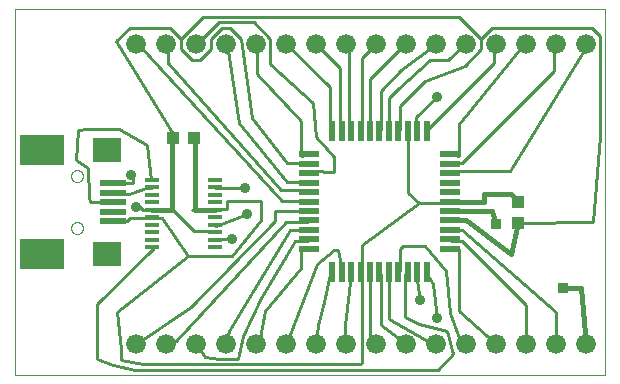
<source format=gtl>
G75*
%MOIN*%
%OFA0B0*%
%FSLAX25Y25*%
%IPPOS*%
%LPD*%
%AMOC8*
5,1,8,0,0,1.08239X$1,22.5*
%
%ADD10C,0.00000*%
%ADD11R,0.09449X0.07874*%
%ADD12R,0.09087X0.01969*%
%ADD13R,0.15000X0.10000*%
%ADD14R,0.01969X0.07087*%
%ADD15R,0.07087X0.01969*%
%ADD16R,0.04500X0.01500*%
%ADD17C,0.06600*%
%ADD18R,0.04134X0.04252*%
%ADD19R,0.04252X0.04134*%
%ADD20C,0.01000*%
%ADD21C,0.01600*%
%ADD22C,0.03600*%
%ADD23R,0.03562X0.03562*%
D10*
X0008616Y0001000D02*
X0008616Y0123047D01*
X0205467Y0123047D01*
X0205467Y0001000D01*
X0008616Y0001000D01*
X0027405Y0049907D02*
X0027407Y0049995D01*
X0027413Y0050083D01*
X0027423Y0050171D01*
X0027437Y0050259D01*
X0027454Y0050345D01*
X0027476Y0050431D01*
X0027501Y0050515D01*
X0027531Y0050599D01*
X0027563Y0050681D01*
X0027600Y0050761D01*
X0027640Y0050840D01*
X0027684Y0050917D01*
X0027731Y0050992D01*
X0027781Y0051064D01*
X0027835Y0051135D01*
X0027891Y0051202D01*
X0027951Y0051268D01*
X0028013Y0051330D01*
X0028079Y0051390D01*
X0028146Y0051446D01*
X0028217Y0051500D01*
X0028289Y0051550D01*
X0028364Y0051597D01*
X0028441Y0051641D01*
X0028520Y0051681D01*
X0028600Y0051718D01*
X0028682Y0051750D01*
X0028766Y0051780D01*
X0028850Y0051805D01*
X0028936Y0051827D01*
X0029022Y0051844D01*
X0029110Y0051858D01*
X0029198Y0051868D01*
X0029286Y0051874D01*
X0029374Y0051876D01*
X0029462Y0051874D01*
X0029550Y0051868D01*
X0029638Y0051858D01*
X0029726Y0051844D01*
X0029812Y0051827D01*
X0029898Y0051805D01*
X0029982Y0051780D01*
X0030066Y0051750D01*
X0030148Y0051718D01*
X0030228Y0051681D01*
X0030307Y0051641D01*
X0030384Y0051597D01*
X0030459Y0051550D01*
X0030531Y0051500D01*
X0030602Y0051446D01*
X0030669Y0051390D01*
X0030735Y0051330D01*
X0030797Y0051268D01*
X0030857Y0051202D01*
X0030913Y0051135D01*
X0030967Y0051064D01*
X0031017Y0050992D01*
X0031064Y0050917D01*
X0031108Y0050840D01*
X0031148Y0050761D01*
X0031185Y0050681D01*
X0031217Y0050599D01*
X0031247Y0050515D01*
X0031272Y0050431D01*
X0031294Y0050345D01*
X0031311Y0050259D01*
X0031325Y0050171D01*
X0031335Y0050083D01*
X0031341Y0049995D01*
X0031343Y0049907D01*
X0031341Y0049819D01*
X0031335Y0049731D01*
X0031325Y0049643D01*
X0031311Y0049555D01*
X0031294Y0049469D01*
X0031272Y0049383D01*
X0031247Y0049299D01*
X0031217Y0049215D01*
X0031185Y0049133D01*
X0031148Y0049053D01*
X0031108Y0048974D01*
X0031064Y0048897D01*
X0031017Y0048822D01*
X0030967Y0048750D01*
X0030913Y0048679D01*
X0030857Y0048612D01*
X0030797Y0048546D01*
X0030735Y0048484D01*
X0030669Y0048424D01*
X0030602Y0048368D01*
X0030531Y0048314D01*
X0030459Y0048264D01*
X0030384Y0048217D01*
X0030307Y0048173D01*
X0030228Y0048133D01*
X0030148Y0048096D01*
X0030066Y0048064D01*
X0029982Y0048034D01*
X0029898Y0048009D01*
X0029812Y0047987D01*
X0029726Y0047970D01*
X0029638Y0047956D01*
X0029550Y0047946D01*
X0029462Y0047940D01*
X0029374Y0047938D01*
X0029286Y0047940D01*
X0029198Y0047946D01*
X0029110Y0047956D01*
X0029022Y0047970D01*
X0028936Y0047987D01*
X0028850Y0048009D01*
X0028766Y0048034D01*
X0028682Y0048064D01*
X0028600Y0048096D01*
X0028520Y0048133D01*
X0028441Y0048173D01*
X0028364Y0048217D01*
X0028289Y0048264D01*
X0028217Y0048314D01*
X0028146Y0048368D01*
X0028079Y0048424D01*
X0028013Y0048484D01*
X0027951Y0048546D01*
X0027891Y0048612D01*
X0027835Y0048679D01*
X0027781Y0048750D01*
X0027731Y0048822D01*
X0027684Y0048897D01*
X0027640Y0048974D01*
X0027600Y0049053D01*
X0027563Y0049133D01*
X0027531Y0049215D01*
X0027501Y0049299D01*
X0027476Y0049383D01*
X0027454Y0049469D01*
X0027437Y0049555D01*
X0027423Y0049643D01*
X0027413Y0049731D01*
X0027407Y0049819D01*
X0027405Y0049907D01*
X0027405Y0067230D02*
X0027407Y0067318D01*
X0027413Y0067406D01*
X0027423Y0067494D01*
X0027437Y0067582D01*
X0027454Y0067668D01*
X0027476Y0067754D01*
X0027501Y0067838D01*
X0027531Y0067922D01*
X0027563Y0068004D01*
X0027600Y0068084D01*
X0027640Y0068163D01*
X0027684Y0068240D01*
X0027731Y0068315D01*
X0027781Y0068387D01*
X0027835Y0068458D01*
X0027891Y0068525D01*
X0027951Y0068591D01*
X0028013Y0068653D01*
X0028079Y0068713D01*
X0028146Y0068769D01*
X0028217Y0068823D01*
X0028289Y0068873D01*
X0028364Y0068920D01*
X0028441Y0068964D01*
X0028520Y0069004D01*
X0028600Y0069041D01*
X0028682Y0069073D01*
X0028766Y0069103D01*
X0028850Y0069128D01*
X0028936Y0069150D01*
X0029022Y0069167D01*
X0029110Y0069181D01*
X0029198Y0069191D01*
X0029286Y0069197D01*
X0029374Y0069199D01*
X0029462Y0069197D01*
X0029550Y0069191D01*
X0029638Y0069181D01*
X0029726Y0069167D01*
X0029812Y0069150D01*
X0029898Y0069128D01*
X0029982Y0069103D01*
X0030066Y0069073D01*
X0030148Y0069041D01*
X0030228Y0069004D01*
X0030307Y0068964D01*
X0030384Y0068920D01*
X0030459Y0068873D01*
X0030531Y0068823D01*
X0030602Y0068769D01*
X0030669Y0068713D01*
X0030735Y0068653D01*
X0030797Y0068591D01*
X0030857Y0068525D01*
X0030913Y0068458D01*
X0030967Y0068387D01*
X0031017Y0068315D01*
X0031064Y0068240D01*
X0031108Y0068163D01*
X0031148Y0068084D01*
X0031185Y0068004D01*
X0031217Y0067922D01*
X0031247Y0067838D01*
X0031272Y0067754D01*
X0031294Y0067668D01*
X0031311Y0067582D01*
X0031325Y0067494D01*
X0031335Y0067406D01*
X0031341Y0067318D01*
X0031343Y0067230D01*
X0031341Y0067142D01*
X0031335Y0067054D01*
X0031325Y0066966D01*
X0031311Y0066878D01*
X0031294Y0066792D01*
X0031272Y0066706D01*
X0031247Y0066622D01*
X0031217Y0066538D01*
X0031185Y0066456D01*
X0031148Y0066376D01*
X0031108Y0066297D01*
X0031064Y0066220D01*
X0031017Y0066145D01*
X0030967Y0066073D01*
X0030913Y0066002D01*
X0030857Y0065935D01*
X0030797Y0065869D01*
X0030735Y0065807D01*
X0030669Y0065747D01*
X0030602Y0065691D01*
X0030531Y0065637D01*
X0030459Y0065587D01*
X0030384Y0065540D01*
X0030307Y0065496D01*
X0030228Y0065456D01*
X0030148Y0065419D01*
X0030066Y0065387D01*
X0029982Y0065357D01*
X0029898Y0065332D01*
X0029812Y0065310D01*
X0029726Y0065293D01*
X0029638Y0065279D01*
X0029550Y0065269D01*
X0029462Y0065263D01*
X0029374Y0065261D01*
X0029286Y0065263D01*
X0029198Y0065269D01*
X0029110Y0065279D01*
X0029022Y0065293D01*
X0028936Y0065310D01*
X0028850Y0065332D01*
X0028766Y0065357D01*
X0028682Y0065387D01*
X0028600Y0065419D01*
X0028520Y0065456D01*
X0028441Y0065496D01*
X0028364Y0065540D01*
X0028289Y0065587D01*
X0028217Y0065637D01*
X0028146Y0065691D01*
X0028079Y0065747D01*
X0028013Y0065807D01*
X0027951Y0065869D01*
X0027891Y0065935D01*
X0027835Y0066002D01*
X0027781Y0066073D01*
X0027731Y0066145D01*
X0027684Y0066220D01*
X0027640Y0066297D01*
X0027600Y0066376D01*
X0027563Y0066456D01*
X0027531Y0066538D01*
X0027501Y0066622D01*
X0027476Y0066706D01*
X0027454Y0066792D01*
X0027437Y0066878D01*
X0027423Y0066966D01*
X0027413Y0067054D01*
X0027407Y0067142D01*
X0027405Y0067230D01*
D11*
X0039217Y0075892D03*
X0039217Y0041246D03*
D12*
X0041437Y0052270D03*
X0041437Y0055419D03*
X0041437Y0058569D03*
X0041437Y0061719D03*
X0041437Y0064868D03*
D13*
X0017563Y0075892D03*
X0017563Y0041246D03*
D14*
X0114443Y0035134D03*
X0117593Y0035134D03*
X0120742Y0035134D03*
X0123892Y0035134D03*
X0127041Y0035134D03*
X0130191Y0035134D03*
X0133341Y0035134D03*
X0136490Y0035134D03*
X0139640Y0035134D03*
X0142789Y0035134D03*
X0145939Y0035134D03*
X0145939Y0082378D03*
X0142789Y0082378D03*
X0139640Y0082378D03*
X0136490Y0082378D03*
X0133341Y0082378D03*
X0130191Y0082378D03*
X0127041Y0082378D03*
X0123892Y0082378D03*
X0120742Y0082378D03*
X0117593Y0082378D03*
X0114443Y0082378D03*
D15*
X0106569Y0074504D03*
X0106569Y0071354D03*
X0106569Y0068205D03*
X0106569Y0065055D03*
X0106569Y0061906D03*
X0106569Y0058756D03*
X0106569Y0055606D03*
X0106569Y0052457D03*
X0106569Y0049307D03*
X0106569Y0046157D03*
X0106569Y0043008D03*
X0153813Y0043008D03*
X0153813Y0046157D03*
X0153813Y0049307D03*
X0153813Y0052457D03*
X0153813Y0055606D03*
X0153813Y0058756D03*
X0153813Y0061906D03*
X0153813Y0065055D03*
X0153813Y0068205D03*
X0153813Y0071354D03*
X0153813Y0074504D03*
D16*
X0075426Y0066069D03*
X0075426Y0063569D03*
X0075426Y0061069D03*
X0075426Y0058569D03*
X0075426Y0056069D03*
X0075426Y0053569D03*
X0075426Y0051069D03*
X0075426Y0048569D03*
X0075426Y0046069D03*
X0075426Y0043569D03*
X0054326Y0043569D03*
X0054326Y0046069D03*
X0054326Y0048569D03*
X0054326Y0051069D03*
X0054326Y0053569D03*
X0054326Y0056069D03*
X0054326Y0058569D03*
X0054326Y0061069D03*
X0054326Y0063569D03*
X0054326Y0066069D03*
D17*
X0058941Y0111256D03*
X0068941Y0111256D03*
X0078941Y0111256D03*
X0088941Y0111256D03*
X0098941Y0111256D03*
X0108941Y0111256D03*
X0118941Y0111256D03*
X0128941Y0111256D03*
X0138941Y0111256D03*
X0148941Y0111256D03*
X0158941Y0111256D03*
X0168941Y0111256D03*
X0178941Y0111256D03*
X0188941Y0111256D03*
X0198941Y0111256D03*
X0048941Y0111256D03*
X0048941Y0011256D03*
X0058941Y0011256D03*
X0068941Y0011256D03*
X0078941Y0011256D03*
X0088941Y0011256D03*
X0098941Y0011256D03*
X0108941Y0011256D03*
X0118941Y0011256D03*
X0128941Y0011256D03*
X0138941Y0011256D03*
X0148941Y0011256D03*
X0158941Y0011256D03*
X0168941Y0011256D03*
X0178941Y0011256D03*
X0188941Y0011256D03*
X0198941Y0011256D03*
D18*
X0068321Y0079819D03*
X0061431Y0079819D03*
D19*
X0176441Y0058451D03*
X0176441Y0051561D03*
D20*
X0201415Y0051856D01*
X0203591Y0080656D01*
X0203591Y0113956D01*
X0200891Y0116656D01*
X0167591Y0116656D01*
X0163991Y0113056D01*
X0156791Y0120256D01*
X0071291Y0120256D01*
X0064091Y0113056D01*
X0060491Y0116656D01*
X0046991Y0116656D01*
X0042491Y0112156D01*
X0062176Y0080319D01*
X0061431Y0079819D01*
X0052613Y0077730D02*
X0043387Y0083019D01*
X0032587Y0083019D01*
X0029537Y0082469D01*
X0029187Y0072469D01*
X0032937Y0069819D01*
X0033287Y0060419D01*
X0033737Y0058719D01*
X0040687Y0058719D01*
X0041437Y0058569D01*
X0041587Y0061419D02*
X0041437Y0061719D01*
X0041587Y0061419D02*
X0046650Y0061419D01*
X0052387Y0063219D01*
X0054076Y0063219D01*
X0054326Y0063569D01*
X0054076Y0065919D02*
X0054326Y0066069D01*
X0054076Y0065919D02*
X0052613Y0077730D01*
X0047350Y0067519D02*
X0047937Y0066069D01*
X0047937Y0065019D01*
X0041587Y0065019D01*
X0041437Y0064868D01*
X0049013Y0056919D02*
X0050476Y0056919D01*
X0051376Y0056019D01*
X0054076Y0056019D01*
X0054326Y0056069D01*
X0054326Y0053569D02*
X0054976Y0053319D01*
X0057676Y0053319D01*
X0066339Y0040719D01*
X0042717Y0021930D01*
X0044122Y0009556D01*
X0044122Y0005956D01*
X0051491Y0004493D01*
X0123659Y0004493D01*
X0124222Y0005056D01*
X0124222Y0009556D01*
X0124391Y0019230D01*
X0124391Y0034756D01*
X0123892Y0035134D01*
X0124391Y0035656D01*
X0124391Y0044256D01*
X0143291Y0058156D01*
X0139691Y0061756D01*
X0139691Y0081556D01*
X0139640Y0082378D01*
X0136991Y0082456D02*
X0136490Y0082378D01*
X0136991Y0082456D02*
X0136991Y0090556D01*
X0145491Y0099056D01*
X0158591Y0104056D01*
X0163991Y0109456D01*
X0163991Y0113056D01*
X0168491Y0111256D02*
X0168941Y0111256D01*
X0168491Y0111256D02*
X0168491Y0105006D01*
X0145991Y0082456D01*
X0145939Y0082378D01*
X0142789Y0082378D02*
X0142391Y0082456D01*
X0142391Y0086956D01*
X0149341Y0093756D01*
X0147091Y0105856D02*
X0136441Y0096256D01*
X0133391Y0093206D01*
X0133391Y0089656D01*
X0133391Y0082456D01*
X0133341Y0082378D01*
X0130691Y0082456D02*
X0130191Y0082378D01*
X0130691Y0082456D02*
X0130691Y0095756D01*
X0137441Y0102506D01*
X0148941Y0111256D01*
X0147091Y0105856D02*
X0153191Y0105856D01*
X0158591Y0111256D01*
X0158941Y0111256D01*
X0138941Y0111256D02*
X0138791Y0111256D01*
X0127091Y0099556D01*
X0127091Y0082456D01*
X0127041Y0082378D01*
X0124391Y0082456D02*
X0123892Y0082378D01*
X0124391Y0082456D02*
X0124391Y0106756D01*
X0128891Y0111256D01*
X0128941Y0111256D01*
X0119891Y0110356D02*
X0118991Y0111256D01*
X0118941Y0111256D01*
X0119891Y0110356D02*
X0119891Y0082456D01*
X0120742Y0082378D01*
X0117593Y0082378D02*
X0117191Y0082456D01*
X0117191Y0103156D01*
X0109091Y0111256D01*
X0108941Y0111256D01*
X0099191Y0111256D02*
X0098941Y0111256D01*
X0099191Y0111256D02*
X0113591Y0096856D01*
X0113591Y0082456D01*
X0114443Y0082378D01*
X0108941Y0080306D02*
X0112691Y0076256D01*
X0115191Y0073756D01*
X0115191Y0068756D01*
X0111791Y0068606D01*
X0110891Y0068956D01*
X0107291Y0068956D01*
X0106569Y0068205D01*
X0106391Y0065356D02*
X0106569Y0065055D01*
X0106391Y0065356D02*
X0099415Y0065356D01*
X0083328Y0084819D01*
X0079391Y0111256D01*
X0078941Y0111256D01*
X0083891Y0113056D02*
X0080291Y0116656D01*
X0077591Y0116656D01*
X0073991Y0113056D01*
X0073991Y0109456D01*
X0070391Y0105856D01*
X0067691Y0105856D01*
X0064091Y0109456D01*
X0064091Y0113056D01*
X0068941Y0111256D02*
X0069491Y0111256D01*
X0076691Y0118456D01*
X0088391Y0118456D01*
X0093791Y0113056D01*
X0093791Y0104556D01*
X0108041Y0091556D01*
X0108941Y0080306D01*
X0106569Y0074504D02*
X0103891Y0074006D01*
X0103891Y0085506D01*
X0089291Y0101356D01*
X0089291Y0111256D01*
X0088941Y0111256D01*
X0083891Y0113056D02*
X0087828Y0086619D01*
X0099228Y0071656D01*
X0106391Y0071656D01*
X0106569Y0071354D01*
X0106391Y0062656D02*
X0097452Y0062656D01*
X0059591Y0104956D01*
X0059591Y0111256D01*
X0058941Y0111256D01*
X0049691Y0111256D02*
X0048941Y0111256D01*
X0049691Y0111256D02*
X0097639Y0059056D01*
X0106391Y0059056D01*
X0106569Y0058756D01*
X0106569Y0061906D02*
X0106391Y0062656D01*
X0106569Y0055606D02*
X0106391Y0055456D01*
X0095230Y0055456D01*
X0095230Y0052181D01*
X0067239Y0023504D01*
X0048941Y0011256D01*
X0058941Y0011256D02*
X0060322Y0011693D01*
X0062291Y0012256D01*
X0099046Y0051856D01*
X0106391Y0051856D01*
X0106569Y0052457D01*
X0106569Y0049307D02*
X0106391Y0049156D01*
X0100478Y0049156D01*
X0086028Y0025769D01*
X0080122Y0015630D01*
X0078941Y0011256D01*
X0084622Y0013830D02*
X0082991Y0006293D01*
X0076691Y0006293D01*
X0072191Y0006856D01*
X0068941Y0011256D01*
X0084622Y0013830D02*
X0090528Y0026506D01*
X0101891Y0045556D01*
X0106391Y0045556D01*
X0106569Y0046157D01*
X0106569Y0043008D02*
X0103891Y0042856D01*
X0103891Y0036556D01*
X0091991Y0022156D01*
X0090022Y0011693D01*
X0088941Y0011256D01*
X0098941Y0011256D02*
X0099922Y0013661D01*
X0109391Y0038106D01*
X0115191Y0042656D01*
X0116291Y0042656D01*
X0117191Y0039256D01*
X0117191Y0035656D01*
X0117593Y0035134D01*
X0114443Y0035134D02*
X0113591Y0034756D01*
X0111622Y0025304D01*
X0109822Y0017598D01*
X0108941Y0011256D01*
X0118941Y0011256D02*
X0118822Y0017598D01*
X0120791Y0034756D01*
X0120742Y0035134D01*
X0127041Y0035134D02*
X0127091Y0034756D01*
X0127091Y0014356D01*
X0128222Y0011256D01*
X0128722Y0011693D01*
X0128941Y0011256D01*
X0130691Y0017656D02*
X0138622Y0011693D01*
X0138941Y0011256D01*
X0147454Y0011693D02*
X0148941Y0011256D01*
X0147454Y0011693D02*
X0133391Y0019506D01*
X0133391Y0034756D01*
X0133341Y0035134D01*
X0130691Y0034756D02*
X0130191Y0035134D01*
X0130691Y0034756D02*
X0130691Y0017656D01*
X0138791Y0020406D02*
X0138791Y0034756D01*
X0139640Y0035134D01*
X0136991Y0035656D02*
X0136490Y0035134D01*
X0136991Y0035656D02*
X0136991Y0043006D01*
X0137891Y0043906D01*
X0145291Y0043906D01*
X0152291Y0035656D01*
X0153541Y0021756D01*
X0157354Y0011693D01*
X0158941Y0011256D01*
X0154822Y0007924D02*
X0152854Y0015461D01*
X0143459Y0017887D01*
X0139341Y0019856D01*
X0138791Y0020406D01*
X0143641Y0025956D02*
X0142391Y0034756D01*
X0142789Y0035134D01*
X0145939Y0035134D02*
X0145991Y0034756D01*
X0148141Y0031356D01*
X0149391Y0019856D01*
X0156591Y0022356D02*
X0168941Y0011256D01*
X0178941Y0011256D02*
X0179122Y0013661D01*
X0179122Y0024124D01*
X0157691Y0045556D01*
X0154091Y0045556D01*
X0153813Y0046157D01*
X0154091Y0049156D02*
X0153813Y0049307D01*
X0154091Y0049156D02*
X0157691Y0049156D01*
X0189022Y0022106D01*
X0189022Y0011693D01*
X0188941Y0011256D01*
X0156591Y0022356D02*
X0156591Y0042856D01*
X0153813Y0043008D01*
X0153191Y0058156D02*
X0143291Y0058156D01*
X0153191Y0058156D02*
X0153813Y0058756D01*
X0153813Y0068205D02*
X0154091Y0068956D01*
X0173591Y0068956D01*
X0198191Y0108556D01*
X0198191Y0111256D01*
X0198941Y0111256D01*
X0188941Y0111256D02*
X0188291Y0111256D01*
X0188291Y0102256D01*
X0157691Y0071656D01*
X0154091Y0071656D01*
X0153813Y0071354D01*
X0153813Y0074504D02*
X0156591Y0074006D01*
X0156591Y0084456D01*
X0178391Y0111256D01*
X0178941Y0111256D01*
X0090789Y0058856D02*
X0090789Y0052756D01*
X0081065Y0040719D01*
X0066339Y0040719D01*
X0075426Y0046069D02*
X0075676Y0046119D01*
X0080907Y0046119D01*
X0075426Y0048569D02*
X0074776Y0048819D01*
X0068476Y0048819D01*
X0061276Y0056019D01*
X0061126Y0056069D01*
X0067691Y0056019D02*
X0079482Y0056118D01*
X0079482Y0058856D01*
X0090789Y0058856D01*
X0085389Y0063219D02*
X0075676Y0063219D01*
X0075426Y0063569D01*
X0075426Y0056069D02*
X0075676Y0056019D01*
X0067691Y0056019D01*
X0075426Y0051069D02*
X0075676Y0050619D01*
X0085939Y0054556D01*
X0054326Y0053569D02*
X0054076Y0053319D01*
X0046987Y0053319D01*
X0046087Y0052419D01*
X0041587Y0052419D01*
X0041437Y0052270D01*
X0054326Y0043569D02*
X0054976Y0043419D01*
X0036175Y0024622D01*
X0036175Y0006182D01*
X0041196Y0004213D01*
X0048622Y0002693D01*
X0149591Y0002693D01*
X0154822Y0007924D01*
D21*
X0191441Y0030006D02*
X0197504Y0030006D01*
X0198941Y0011256D01*
X0173941Y0041207D02*
X0176441Y0051561D01*
X0176441Y0051207D01*
X0168941Y0051256D02*
X0167691Y0055606D01*
X0153813Y0055606D01*
X0153813Y0052457D02*
X0158941Y0052506D01*
X0173941Y0041207D01*
X0176441Y0058451D02*
X0173941Y0061256D01*
X0165191Y0061256D01*
X0165191Y0058756D01*
X0153813Y0058756D01*
X0075426Y0056069D02*
X0068626Y0056069D01*
X0068626Y0079819D01*
X0068321Y0079819D01*
X0061431Y0079819D02*
X0061126Y0079819D01*
X0061126Y0056069D01*
X0054326Y0056069D01*
D22*
X0049013Y0056919D03*
X0047350Y0067519D03*
X0080907Y0046119D03*
X0085939Y0054556D03*
X0085389Y0063219D03*
X0143641Y0025956D03*
X0149391Y0019856D03*
X0149341Y0093756D03*
D23*
X0168941Y0051256D03*
X0191441Y0030006D03*
M02*

</source>
